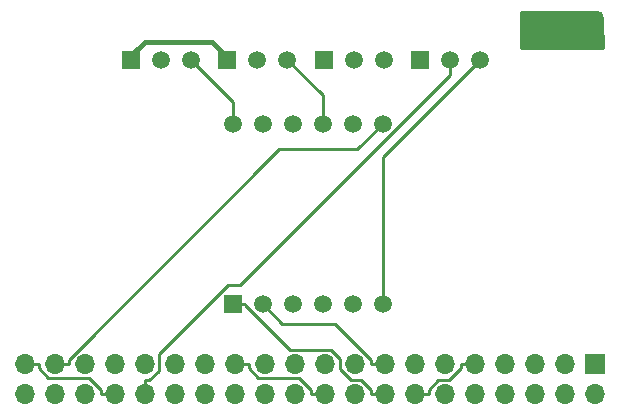
<source format=gbr>
G04 #@! TF.GenerationSoftware,KiCad,Pcbnew,5.99.0-unknown-r17121-d4cea0f2*
G04 #@! TF.CreationDate,2019-12-07T19:23:26-06:00*
G04 #@! TF.ProjectId,7_segment_led_module,375f7365-676d-4656-9e74-5f6c65645f6d,A*
G04 #@! TF.SameCoordinates,Original*
G04 #@! TF.FileFunction,Copper,L1,Top*
G04 #@! TF.FilePolarity,Positive*
%FSLAX46Y46*%
G04 Gerber Fmt 4.6, Leading zero omitted, Abs format (unit mm)*
G04 Created by KiCad (PCBNEW 5.99.0-unknown-r17121-d4cea0f2) date 2019-12-07 19:23:26*
%MOMM*%
%LPD*%
G04 APERTURE LIST*
%ADD10C,1.500000*%
%ADD11R,1.500000X1.500000*%
%ADD12O,1.700000X1.700000*%
%ADD13R,1.700000X1.700000*%
%ADD14C,0.250000*%
%ADD15C,0.400000*%
%ADD16C,0.254000*%
G04 APERTURE END LIST*
D10*
X152220000Y-73645000D03*
X154760000Y-73645000D03*
X157300000Y-73645000D03*
X159840000Y-73645000D03*
X162380000Y-73645000D03*
X164920000Y-73645000D03*
X164920000Y-88885000D03*
X162380000Y-88885000D03*
X159840000Y-88885000D03*
X157300000Y-88885000D03*
X154760000Y-88885000D03*
D11*
X152220000Y-88885000D03*
X168065000Y-68240000D03*
D10*
X173145000Y-68240000D03*
X170605000Y-68240000D03*
D11*
X159915000Y-68240000D03*
D10*
X164995000Y-68240000D03*
X162455000Y-68240000D03*
D11*
X151765000Y-68240000D03*
D10*
X156845000Y-68240000D03*
X154305000Y-68240000D03*
D11*
X143615000Y-68240000D03*
D10*
X148695000Y-68240000D03*
X146155000Y-68240000D03*
D12*
X134620000Y-96520000D03*
X134620000Y-93980000D03*
X137160000Y-96520000D03*
X137160000Y-93980000D03*
X139700000Y-96520000D03*
X139700000Y-93980000D03*
X142240000Y-96520000D03*
X142240000Y-93980000D03*
X144780000Y-96520000D03*
X144780000Y-93980000D03*
X147320000Y-96520000D03*
X147320000Y-93980000D03*
X149860000Y-96520000D03*
X149860000Y-93980000D03*
X152400000Y-96520000D03*
X152400000Y-93980000D03*
X154940000Y-96520000D03*
X154940000Y-93980000D03*
X157480000Y-96520000D03*
X157480000Y-93980000D03*
X160020000Y-96520000D03*
X160020000Y-93980000D03*
X162560000Y-96520000D03*
X162560000Y-93980000D03*
X165100000Y-96520000D03*
X165100000Y-93980000D03*
X167640000Y-96520000D03*
X167640000Y-93980000D03*
X170180000Y-96520000D03*
X170180000Y-93980000D03*
X172720000Y-96520000D03*
X172720000Y-93980000D03*
X175260000Y-96520000D03*
X175260000Y-93980000D03*
X177800000Y-96520000D03*
X177800000Y-93980000D03*
X180340000Y-96520000D03*
X180340000Y-93980000D03*
X182880000Y-96520000D03*
D13*
X182880000Y-93980000D03*
D14*
X152400000Y-93980000D02*
X153575300Y-93980000D01*
X160020000Y-96520000D02*
X158844700Y-96520000D01*
X158844700Y-96520000D02*
X158844700Y-96152600D01*
X158844700Y-96152600D02*
X157847400Y-95155300D01*
X157847400Y-95155300D02*
X154383200Y-95155300D01*
X154383200Y-95155300D02*
X153575300Y-94347400D01*
X153575300Y-94347400D02*
X153575300Y-93980000D01*
X134620000Y-93980000D02*
X135795300Y-93980000D01*
X142240000Y-96520000D02*
X141064700Y-96520000D01*
X141064700Y-96520000D02*
X141064700Y-96152600D01*
X141064700Y-96152600D02*
X140067400Y-95155300D01*
X140067400Y-95155300D02*
X136603200Y-95155300D01*
X136603200Y-95155300D02*
X135795300Y-94347400D01*
X135795300Y-94347400D02*
X135795300Y-93980000D01*
X168227700Y-96520000D02*
X167640000Y-96520000D01*
X168227700Y-96520000D02*
X168815300Y-96520000D01*
X172720000Y-93980000D02*
X171544700Y-93980000D01*
X171544700Y-93980000D02*
X171544700Y-94347400D01*
X171544700Y-94347400D02*
X170547400Y-95344700D01*
X170547400Y-95344700D02*
X169623200Y-95344700D01*
X169623200Y-95344700D02*
X168815300Y-96152600D01*
X168815300Y-96152600D02*
X168815300Y-96520000D01*
X137160000Y-93980000D02*
X138335300Y-93980000D01*
X138335300Y-93980000D02*
X138335300Y-93612700D01*
X138335300Y-93612700D02*
X156148300Y-75799700D01*
X156148300Y-75799700D02*
X162765300Y-75799700D01*
X162765300Y-75799700D02*
X164920000Y-73645000D01*
X144780000Y-96520000D02*
X144780000Y-95344700D01*
X144780000Y-95344700D02*
X145147400Y-95344700D01*
X145147400Y-95344700D02*
X145955300Y-94536800D01*
X145955300Y-94536800D02*
X145955300Y-93166800D01*
X145955300Y-93166800D02*
X151821700Y-87300400D01*
X151821700Y-87300400D02*
X152798700Y-87300400D01*
X152798700Y-87300400D02*
X170605000Y-69494100D01*
X170605000Y-69494100D02*
X170605000Y-68240000D01*
X152220000Y-88885000D02*
X153295300Y-88885000D01*
X165100000Y-96520000D02*
X163924700Y-96520000D01*
X163924700Y-96520000D02*
X163924700Y-96152600D01*
X163924700Y-96152600D02*
X163116800Y-95344700D01*
X163116800Y-95344700D02*
X162223700Y-95344700D01*
X162223700Y-95344700D02*
X161290000Y-94411000D01*
X161290000Y-94411000D02*
X161290000Y-93525900D01*
X161290000Y-93525900D02*
X160568700Y-92804600D01*
X160568700Y-92804600D02*
X157080500Y-92804600D01*
X157080500Y-92804600D02*
X153295300Y-89019400D01*
X153295300Y-89019400D02*
X153295300Y-88885000D01*
X165100000Y-93980000D02*
X163924700Y-93980000D01*
X163924700Y-93980000D02*
X163924700Y-93612700D01*
X163924700Y-93612700D02*
X160858400Y-90546400D01*
X160858400Y-90546400D02*
X156421400Y-90546400D01*
X156421400Y-90546400D02*
X154760000Y-88885000D01*
X148695000Y-68240000D02*
X152220000Y-71765000D01*
X152220000Y-71765000D02*
X152220000Y-73645000D01*
X156845000Y-68240000D02*
X159840000Y-71235000D01*
X159840000Y-71235000D02*
X159840000Y-73645000D01*
X173145000Y-68240000D02*
X164920000Y-76465000D01*
X164920000Y-76465000D02*
X164920000Y-88885000D01*
D15*
X151765000Y-67945000D02*
X151765000Y-68240000D01*
X150495000Y-66675000D02*
X151765000Y-67945000D01*
X143615000Y-68240000D02*
X143615000Y-67840000D01*
X144780000Y-66675000D02*
X150495000Y-66675000D01*
X143615000Y-67840000D02*
X144780000Y-66675000D01*
G36*
X182806851Y-64135139D02*
G01*
X182822796Y-64136659D01*
X182991252Y-64151693D01*
X183098984Y-64181165D01*
X183199796Y-64229250D01*
X183290503Y-64294430D01*
X183368226Y-64374633D01*
X183430527Y-64467348D01*
X183475421Y-64569617D01*
X183502676Y-64683143D01*
X183513150Y-64825768D01*
X183517348Y-64844940D01*
X183563212Y-67184000D01*
X176656000Y-67184000D01*
X176656000Y-64134000D01*
X182802265Y-64134000D01*
X182806851Y-64135139D01*
G37*
D16*
X182806851Y-64135139D02*
X182822796Y-64136659D01*
X182991252Y-64151693D01*
X183098984Y-64181165D01*
X183199796Y-64229250D01*
X183290503Y-64294430D01*
X183368226Y-64374633D01*
X183430527Y-64467348D01*
X183475421Y-64569617D01*
X183502676Y-64683143D01*
X183513150Y-64825768D01*
X183517348Y-64844940D01*
X183563212Y-67184000D01*
X176656000Y-67184000D01*
X176656000Y-64134000D01*
X182802265Y-64134000D01*
X182806851Y-64135139D01*
M02*

</source>
